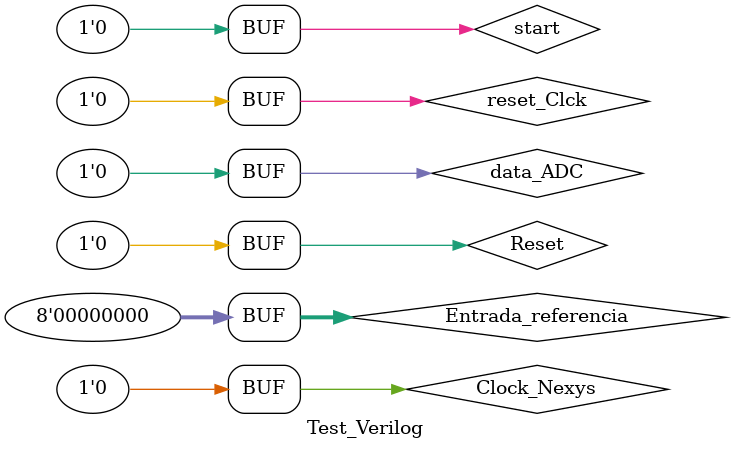
<source format=v>
`timescale 1ns / 1ps


module Test_Verilog;

	// Inputs
	reg Clock_Nexys;
	reg Reset;
	reg reset_Clck;
	reg data_ADC;
	reg start;
	reg [7:0] Entrada_referencia;

	// Outputs
	wire CS;
	wire Clock_Muestreo;
	wire [3:0] data_basura;
	wire pwm_out;
	wire [17:0] IPD;

	// Instantiate the Unit Under Test (UUT)
	Servo_Top uut (
		.Clock_Nexys(Clock_Nexys), 
		.Reset(Reset), 
		.reset_Clck(reset_Clck), 
		.data_ADC(data_ADC), 
		.start(start), 
		.Entrada_referencia(Entrada_referencia), 
		.CS(CS), 
		.Clock_Muestreo(Clock_Muestreo), 
		.data_basura(data_basura), 
		.pwm_out(pwm_out), 
		.IPD(IPD)
	);

	initial begin
		// Initialize Inputs
		Clock_Nexys = 0;
		Reset = 0;
		reset_Clck = 0;
		data_ADC = 0;
		start = 0;
		Entrada_referencia = 0;

		// Wait 100 ns for global reset to finish
		#100;
        
		// Add stimulus here

	end
      
endmodule


</source>
